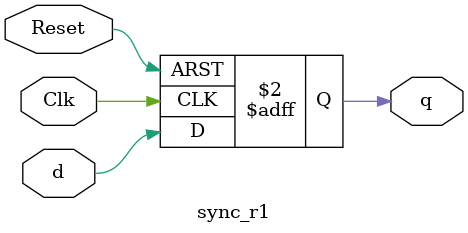
<source format=sv>
module sync_r0 (
	input  logic Clk, Reset, d, 
	output logic q
);
 
//initial
//begin	
//	q <= 1'b0;
//end

always_ff @ (posedge Clk or posedge Reset)
begin
	if (Reset)
		q <= 1'b0;
	else
		q <= d;
end

endmodule

//synchronizer with no reset (for switches/buttons)
module sync (
	input  logic Clk, d, 
	output logic q
);

always_ff @ (posedge Clk)
begin
	q <= d;
end

endmodule

//synchronizer with reset to 1 (d_ff)
module sync_r1 (
	input  logic Clk, Reset, d, 
	output logic q
);
//initial
//begin	
//	q <= 1'b1;
//end

always_ff @ (posedge Clk or posedge Reset)
begin
	if (Reset)
		q <= 1'b1;
	else
		q <= d;
end

endmodule

</source>
